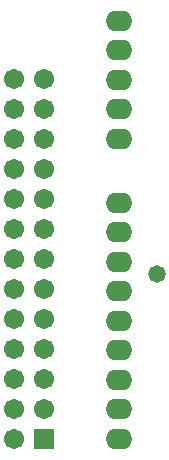
<source format=gts>
G04 Layer_Color=8388736*
%FSLAX25Y25*%
%MOIN*%
G70*
G01*
G75*
%ADD19C,0.06706*%
%ADD20R,0.06706X0.06706*%
%ADD21O,0.08800X0.06800*%
%ADD22C,0.05800*%
D19*
X10000Y130000D02*
D03*
X20000D02*
D03*
X10000Y120000D02*
D03*
X20000D02*
D03*
X10000Y110000D02*
D03*
X20000D02*
D03*
X10000Y100000D02*
D03*
X20000D02*
D03*
X10000Y90000D02*
D03*
X20000D02*
D03*
X10000Y80000D02*
D03*
X20000D02*
D03*
X10000Y70000D02*
D03*
X20000D02*
D03*
X10000Y60000D02*
D03*
X20000D02*
D03*
X10000Y50000D02*
D03*
X20000D02*
D03*
X10000Y40000D02*
D03*
X20000D02*
D03*
X10000Y30000D02*
D03*
X20000D02*
D03*
X10000Y20000D02*
D03*
X20000D02*
D03*
X10000Y10000D02*
D03*
D20*
X20000D02*
D03*
D21*
X45000Y149370D02*
D03*
Y139528D02*
D03*
Y129685D02*
D03*
Y119843D02*
D03*
Y110000D02*
D03*
Y88740D02*
D03*
Y78898D02*
D03*
Y69055D02*
D03*
Y59213D02*
D03*
Y10000D02*
D03*
Y19842D02*
D03*
Y29685D02*
D03*
Y39528D02*
D03*
Y49370D02*
D03*
D22*
X57500Y65000D02*
D03*
M02*

</source>
